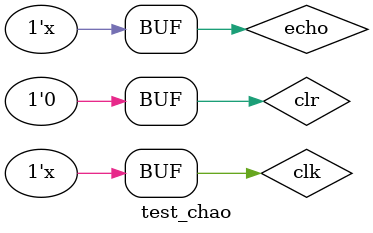
<source format=v>
`timescale 1ns / 1ps


module test_chao;

	// Inputs
	reg clk;
	reg clr;
	reg echo;

	// Outputs
	wire clkImpulse;
	wire [7:0] echo_t;
	wire [6:0] a_to_g;
	wire [3:0] an;

	// Instantiate the Unit Under Test (UUT)
	chao_top uut (
		.clk(clk), 
		.clr(clr), 
		.echo(echo), 
		.clkImpulse(clkImpulse), 
		.echo_t(echo_t), 
		.a_to_g(a_to_g), 
		.an(an)
	);

	initial begin
		// Initialize Inputs
		clk = 0;
		clr = 0;
		echo = 0;

		// Wait 100 ns for global reset to finish
		#100;
        
		// Add stimulus here
	end
	always #10 clk <= ~clk;
	always #50000000 echo <= ~echo;
endmodule


</source>
